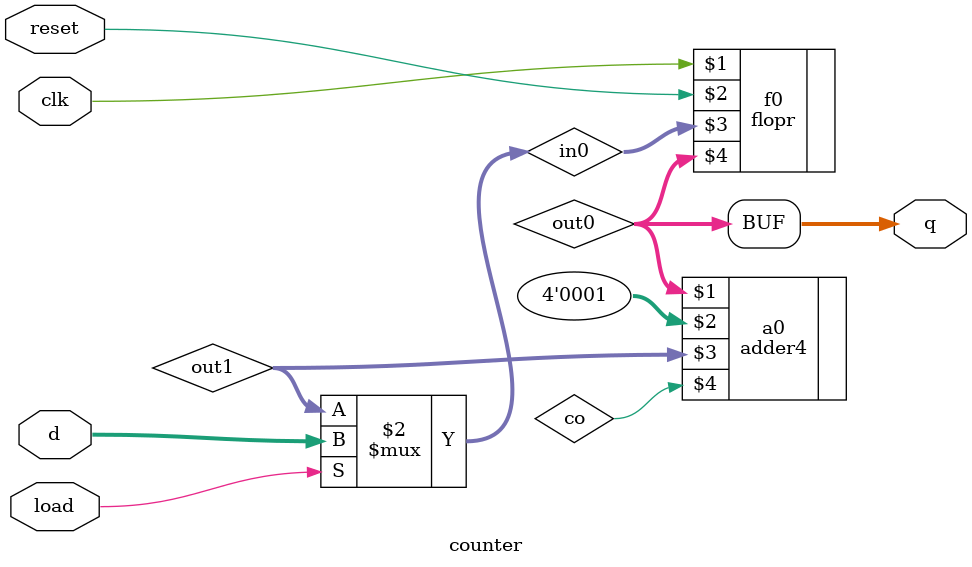
<source format=v>
module counter(
  input clk,
  input reset,
  input load,
  input [3:0] d,
  output [3:0] q);

  wire [3:0] in0;
  wire [3:0] out0, out1;
  wire co;

  flopr f0 (clk, reset, in0, out0);
  adder4 a0 (out0, 4'b0001, out1, co);

  assign in0 = (load == 1) ? d : out1;
  assign q = out0;
endmodule

</source>
